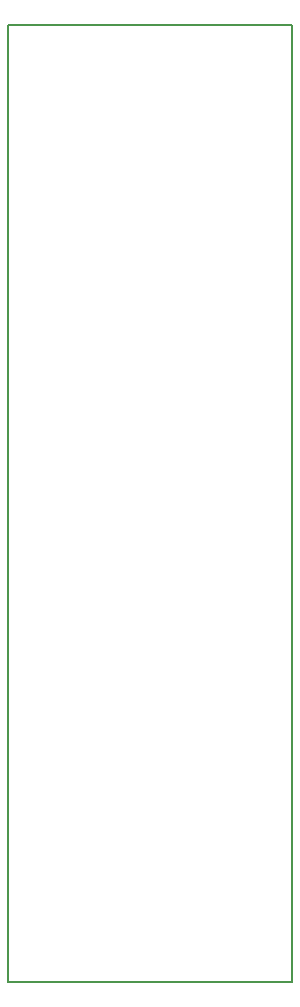
<source format=gbr>
%TF.GenerationSoftware,KiCad,Pcbnew,8.0.0*%
%TF.CreationDate,2024-07-08T18:04:10+10:00*%
%TF.ProjectId,Ardi,41726469-2e6b-4696-9361-645f70636258,A*%
%TF.SameCoordinates,Original*%
%TF.FileFunction,Profile,NP*%
%FSLAX46Y46*%
G04 Gerber Fmt 4.6, Leading zero omitted, Abs format (unit mm)*
G04 Created by KiCad (PCBNEW 8.0.0) date 2024-07-08 18:04:10*
%MOMM*%
%LPD*%
G01*
G04 APERTURE LIST*
%TA.AperFunction,Profile*%
%ADD10C,0.200000*%
%TD*%
G04 APERTURE END LIST*
D10*
X123000000Y-65000000D02*
X147000000Y-65000000D01*
X147000000Y-146000000D01*
X123000000Y-146000000D01*
X123000000Y-65000000D01*
M02*

</source>
